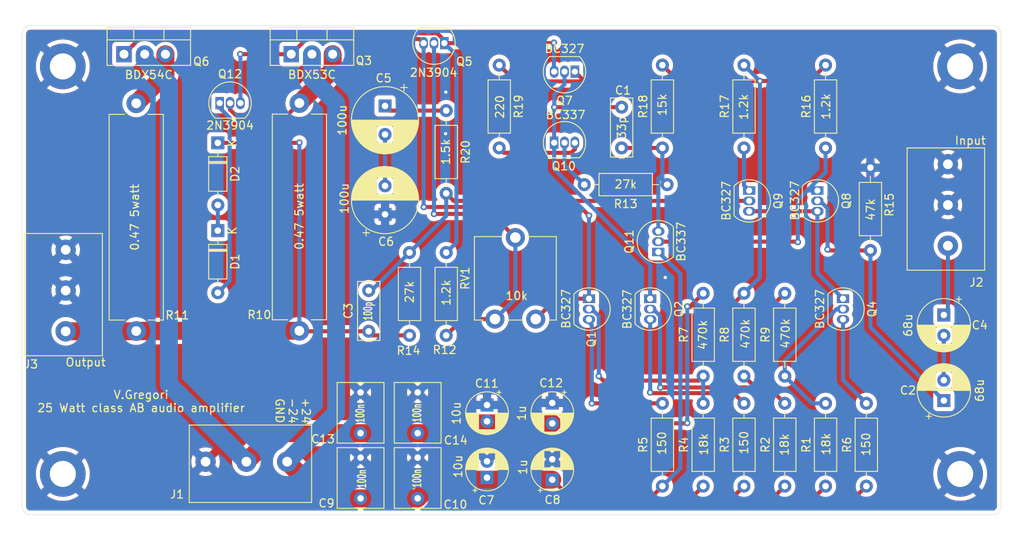
<source format=kicad_pcb>
(kicad_pcb (version 20211014) (generator pcbnew)
  (layers (0 "F.Cu" signal) (31 "B.Cu" signal) (34 "B.Paste" user) (35 "F.Paste" user) (36 "B.SilkS" user "B.Silkscreen") (37 "F.SilkS" user "F.Silkscreen") (38 "B.Mask" user) (39 "F.Mask" user) (44 "Edge.Cuts" user))
  (net 0 "")
  (net 1 "Net-(C1-Pad2)")
  (net 2 "Net-(C1-Pad1)")
  (net 3 "Net-(C2-Pad2)")
  (net 4 "Net-(C2-Pad1)")
  (net 5 "Net-(C3-Pad2)")
  (net 6 "Net-(C3-Pad1)")
  (net 7 "Net-(C4-Pad1)")
  (net 8 "Net-(C5-Pad2)")
  (net 9 "Net-(C5-Pad1)")
  (net 10 "0")
  (net 11 "VCC")
  (net 12 "VEE")
  (net 13 "Net-(Q1-Pad1)")
  (net 14 "Net-(Q1-Pad3)")
  (net 15 "Net-(Q1-Pad2)")
  (net 16 "Net-(Q2-Pad3)")
  (net 17 "Net-(Q2-Pad2)")
  (net 18 "Net-(D1-Pad1)")
  (net 19 "Net-(Q4-Pad1)")
  (net 20 "Net-(Q4-Pad3)")
  (net 21 "Net-(Q4-Pad2)")
  (net 22 "Net-(Q5-Pad1)")
  (net 23 "Net-(Q6-Pad3)")
  (net 24 "Net-(Q11-Pad2)")
  (net 25 "Net-(Q9-Pad1)")
  (net 26 "Net-(Q10-Pad3)")
  (net 27 "Net-(Q10-Pad2)")
  (net 28 "Net-(Q5-Pad2)")
  (net 29 "Net-(D1-Pad2)")
  (net 30 "Net-(Q12-Pad2)")
  (footprint "Amp 2 x 25 Watt:Connectors_threeway" (layer "F.Cu") (at 43.85 72.05 180)
    (fp_text reference "J1")
    (fp_text value "molex alimentazione")
  )
  (footprint "Amp 2 x 25 Watt:Connectors_threeway" (layer "F.Cu") (at 127.85 41.55 90)
    (fp_text reference "J2")
    (fp_text value "Ingresso dopo POT 47Kohm")
  )
  (footprint "Amp 2 x 25 Watt:Connectors_threeway" (layer "F.Cu") (at 19.7 52.05 90)
    (fp_text reference "J3")
    (fp_text value "uscita speaker")
  )
  (footprint "Capacitor_THT:CP_Radial_D6.3mm_P2.50mm" (layer "F.Cu") (at 127.85 64.05 90)
    (fp_text reference "C2")
    (fp_text value "68u")
  )
  (footprint "Resistor_THT:R_Axial_DIN0207_L6.3mm_D2.5mm_P10.16mm_Horizontal" (layer "F.Cu") (at 103.35 74.55 90)
    (fp_text reference "R3")
    (fp_text value "150")
  )
  (footprint "Resistor_THT:R_Axial_DIN0207_L6.3mm_D2.5mm_P10.16mm_Horizontal" (layer "F.Cu") (at 118.85 45.63 90)
    (fp_text reference "R15")
    (fp_text value "47K")
  )
  (footprint "Resistor_THT:R_Axial_Power_L25.0mm_W6.4mm_P27.94mm" (layer "F.Cu") (at 28.85 55.52 90)
    (fp_text reference "R11")
    (fp_text value "0.5")
  )
  (footprint "Resistor_THT:R_Axial_DIN0207_L6.3mm_D2.5mm_P10.16mm_Horizontal" (layer "F.Cu") (at 98.35 74.55 90)
    (fp_text reference "R4")
    (fp_text value "18k")
  )
  (footprint "Capacitor_THT:C_Rect_L7.2mm_W5.5mm_P5.00mm_FKS2_FKP2_MKS2_MKP2" (layer "F.Cu") (at 56.35 63.05 -90)
    (fp_text reference "C13")
    (fp_text value "100n")
  )
  (footprint "Resistor_THT:R_Axial_DIN0207_L6.3mm_D2.5mm_P10.16mm_Horizontal" (layer "F.Cu") (at 62.35 45.89 -90)
    (fp_text reference "R14")
    (fp_text value "27k")
  )
  (footprint "Package_TO_SOT_THT:TO-92_Inline" (layer "F.Cu") (at 91.85 51.55 -90)
    (fp_text reference "Q2")
    (fp_text value "BC327")
  )
  (footprint "Resistor_THT:R_Axial_DIN0207_L6.3mm_D2.5mm_P10.16mm_Horizontal" (layer "F.Cu") (at 113.35 33.05 90)
    (fp_text reference "R16")
    (fp_text value "1.2k")
  )
  (footprint "Diode_THT:D_DO-35_SOD27_P7.62mm_Horizontal" (layer "F.Cu") (at 38.85 32.43 -90)
    (fp_text reference "D2")
    (fp_text value "1N4148")
  )
  (footprint "Capacitor_THT:C_Disc_D7.0mm_W2.5mm_P5.00mm" (layer "F.Cu") (at 88.35 28.05 -90)
    (fp_text reference "C1")
    (fp_text value "33p")
  )
  (footprint "Package_TO_SOT_THT:TO-92_Inline" (layer "F.Cu") (at 80.08 32.41)
    (fp_text reference "Q10")
    (fp_text value "BC337")
  )
  (footprint "Package_TO_SOT_THT:TO-220-3_Vertical" (layer "F.Cu") (at 27.85 21.55)
    (fp_text reference "Q6")
    (fp_text value "BDX54C")
  )
  (footprint "Resistor_THT:R_Axial_DIN0207_L6.3mm_D2.5mm_P10.16mm_Horizontal" (layer "F.Cu") (at 93.93 37.55 180)
    (fp_text reference "R13")
    (fp_text value "27k")
  )
  (footprint "Resistor_THT:R_Axial_DIN0207_L6.3mm_D2.5mm_P10.16mm_Horizontal" (layer "F.Cu") (at 108.35 74.55 90)
    (fp_text reference "R2")
    (fp_text value "18k")
  )
  (footprint "Package_TO_SOT_THT:TO-92_Inline" (layer "F.Cu") (at 103.99 38.28 -90)
    (fp_text reference "Q9")
    (fp_text value "BC327")
  )
  (footprint "Resistor_THT:R_Axial_Power_L25.0mm_W6.4mm_P27.94mm" (layer "F.Cu") (at 48.85 27.55 -90)
    (fp_text reference "R10")
    (fp_text value "0.5")
  )
  (footprint "Package_TO_SOT_THT:TO-92_Inline" (layer "F.Cu") (at 82.62 23.69 180)
    (fp_text reference "Q7")
    (fp_text value "BC327")
  )
  (footprint "Resistor_THT:R_Axial_DIN0207_L6.3mm_D2.5mm_P10.16mm_Horizontal" (layer "F.Cu") (at 108.35 61.05 90)
    (fp_text reference "R9")
    (fp_text value "470k")
  )
  (footprint "Capacitor_THT:CP_Radial_D5.0mm_P2.00mm" (layer "F.Cu") (at 71.85 64.594888 -90)
    (fp_text reference "C11")
    (fp_text value "10u")
  )
  (footprint "Capacitor_THT:CP_Radial_D8.0mm_P3.50mm" (layer "F.Cu") (at 59.35 41.202651 90)
    (fp_text reference "C6")
    (fp_text value "100u")
  )
  (footprint "Capacitor_THT:C_Disc_D7.0mm_W2.5mm_P5.00mm" (layer "F.Cu") (at 57.35 55.55 90)
    (fp_text reference "C3")
    (fp_text value "100p")
  )
  (footprint "Package_TO_SOT_THT:TO-92_Inline" (layer "F.Cu") (at 92.85 45.82 90)
    (fp_text reference "Q11")
    (fp_text value "BC337")
  )
  (footprint "Resistor_THT:R_Axial_DIN0207_L6.3mm_D2.5mm_P10.16mm_Horizontal" (layer "F.Cu") (at 113.35 74.55 90)
    (fp_text reference "R1")
    (fp_text value "18k")
  )
  (footprint "Capacitor_THT:C_Rect_L7.2mm_W5.5mm_P5.00mm_FKS2_FKP2_MKS2_MKP2" (layer "F.Cu") (at 63.35 76.05 90)
    (fp_text reference "C10")
    (fp_text value "100n")
  )
  (footprint "Package_TO_SOT_THT:TO-92_Inline" (layer "F.Cu") (at 39.08 27.55)
    (fp_text reference "Q12")
    (fp_text value "2N3904")
  )
  (footprint "Resistor_THT:R_Axial_DIN0207_L6.3mm_D2.5mm_P10.16mm_Horizontal" (layer "F.Cu") (at 103.35 61.05 90)
    (fp_text reference "R8")
    (fp_text value "470k")
  )
  (footprint "Resistor_THT:R_Axial_DIN0207_L6.3mm_D2.5mm_P10.16mm_Horizontal" (layer "F.Cu") (at 66.85 56.05 90)
    (fp_text reference "R12")
    (fp_text value "1.2k")
  )
  (footprint "MountingHole:MountingHole_3.2mm_M3_DIN965_Pad_TopBottom" (layer "F.Cu") (at 19.85 73.05 180)
    (fp_text reference "H1" hide)
    (fp_text value "GND_HOLE")
  )
  (footprint "Resistor_THT:R_Axial_DIN0207_L6.3mm_D2.5mm_P10.16mm_Horizontal" (layer "F.Cu") (at 66.85 28.47 -90)
    (fp_text reference "R20")
    (fp_text value "1.5k")
  )
  (footprint "MountingHole:MountingHole_3.2mm_M3_DIN965_Pad_TopBottom" (layer "F.Cu") (at 129.85 23.05 180)
    (fp_text reference "H3" hide)
    (fp_text value "GND_HOLE")
  )
  (footprint "Resistor_THT:R_Axial_DIN0207_L6.3mm_D2.5mm_P10.16mm_Horizontal" (layer "F.Cu") (at 118.35 74.55 90)
    (fp_text reference "R6")
    (fp_text value "150")
  )
  (footprint "Package_TO_SOT_THT:TO-220-3_Vertical" (layer "F.Cu") (at 47.85 21.55)
    (fp_text reference "Q3")
    (fp_text value "BDX53C")
  )
  (footprint "MountingHole:MountingHole_3.2mm_M3_DIN965_Pad_TopBottom" (layer "F.Cu") (at 19.85 23.05 180)
    (fp_text reference "H2" hide)
    (fp_text value "GND_HOLE")
  )
  (footprint "Capacitor_THT:CP_Radial_D5.0mm_P2.50mm" (layer "F.Cu") (at 79.85 73.755113 90)
    (fp_text reference "C8")
    (fp_text value "1u")
  )
  (footprint "Capacitor_THT:CP_Radial_D8.0mm_P3.50mm" (layer "F.Cu") (at 59.35 27.897349 -90)
    (fp_text reference "C5")
    (fp_text value "100u")
  )
  (footprint "Capacitor_THT:CP_Radial_D5.0mm_P2.00mm" (layer "F.Cu") (at 71.85 73.505113 90)
    (fp_text reference "C7")
    (fp_text value "10u")
  )
  (footprint "Resistor_THT:R_Axial_DIN0207_L6.3mm_D2.5mm_P10.16mm_Horizontal" (layer "F.Cu") (at 93.35 33.05 90)
    (fp_text reference "R18")
    (fp_text value "15k")
  )
  (footprint "Diode_THT:D_DO-35_SOD27_P7.62mm_Horizontal" (layer "F.Cu") (at 38.85 43.2 -90)
    (fp_text reference "D1")
    (fp_text value "1N4148")
  )
  (footprint "Package_TO_SOT_THT:TO-92_Inline" (layer "F.Cu") (at 115.49 51.55 -90)
    (fp_text reference "Q4")
    (fp_text value "BC327")
  )
  (footprint "Resistor_THT:R_Axial_DIN0207_L6.3mm_D2.5mm_P10.16mm_Horizontal" (layer "F.Cu") (at 73.35 22.89 -90)
    (fp_text reference "R19")
    (fp_text value "220")
  )
  (footprint "Capacitor_THT:C_Rect_L7.2mm_W5.5mm_P5.00mm_FKS2_FKP2_MKS2_MKP2" (layer "F.Cu") (at 56.35 76.05 90)
    (fp_text reference "C9")
    (fp_text value "100n")
  )
  (footprint "Resistor_THT:R_Axial_DIN0207_L6.3mm_D2.5mm_P10.16mm_Horizontal" (layer "F.Cu") (at 93.35 74.55 90)
    (fp_text reference "R5")
    (fp_text value "150")
  )
  (footprint "Capacitor_THT:CP_Radial_D5.0mm_P2.50mm" (layer "F.Cu") (at 79.85 64.344889 -90)
    (fp_text reference "C12")
    (fp_text value "1u")
  )
  (footprint "Capacitor_THT:CP_Radial_D6.3mm_P2.50mm" (layer "F.Cu") (at 127.85 53.55 -90)
    (fp_text reference "C4")
    (fp_text value "68u")
  )
  (footprint "MountingHole:MountingHole_3.2mm_M3_DIN965_Pad_TopBottom" (layer "F.Cu") (at 129.85 73.05 180)
    (fp_text reference "H4" hide)
    (fp_text value "GND_HOLE")
  )
  (footprint "Package_TO_SOT_THT:TO-92_Inline" (layer "F.Cu") (at 84.35 51.55 -90)
    (fp_text reference "Q1")
    (fp_text value "BC327")
  )
  (footprint "Capacitor_THT:C_Rect_L7.2mm_W5.5mm_P5.00mm_FKS2_FKP2_MKS2_MKP2" (layer "F.Cu") (at 63.35 63.05 -90)
    (fp_text reference "C14")
    (fp_text value "100n")
  )
  (footprint "Package_TO_SOT_THT:TO-92_Inline" (layer "F.Cu") (at 112.35 38.28 -90)
    (fp_text reference "Q8")
    (fp_text value "BC327")
  )
  (footprint "Package_TO_SOT_THT:TO-92_Inline" (layer "F.Cu") (at 66.62 20.19 180)
    (fp_text reference "Q5")
    (fp_text value "2N3904")
  )
  (footprint "Resistor_THT:R_Axial_DIN0207_L6.3mm_D2.5mm_P10.16mm_Horizontal" (layer "F.Cu") (at 98.35 61.05 90)
    (fp_text reference "R7")
    (fp_text value "470k")
  )
  (footprint "Resistor_THT:R_Axial_DIN0207_L6.3mm_D2.5mm_P10.16mm_Horizontal" (layer "F.Cu") (at 103.35 33.05 90)
    (fp_text reference "R17")
    (fp_text value "1.2k")
  )
  (footprint "Potentiometer_THT:Potentiometer_ACP_CA9-V10_Vertical" (layer "F.Cu") (at 77.825 54.05 90)
    (fp_text reference "RV1")
    (fp_text value "10K")
  )
  (gr_arc (start 133.85 18.05) (mid 134.557107 18.342893) (end 134.85 19.05) (layer "Edge.Cuts") (width 0.05))
  (gr_arc (start 15.85 78.05) (mid 15.142893 77.757107) (end 14.85 77.05) (layer "Edge.Cuts") (width 0.05))
  (gr_line (start 134.85 19.05) (end 134.85 77.05) (layer "Edge.Cuts") (width 0.05))
  (gr_line (start 14.85 19.05) (end 14.85 77.05) (layer "Edge.Cuts") (width 0.05))
  (gr_arc (start 14.85 19.05) (mid 15.142893 18.342893) (end 15.85 18.05) (layer "Edge.Cuts") (width 0.05))
  (gr_line (start 15.85 78.05) (end 133.85 78.05) (layer "Edge.Cuts") (width 0.05))
  (gr_line (start 133.85 18.05) (end 15.85 18.05) (layer "Edge.Cuts") (width 0.05))
  (gr_arc (start 134.85 77.05) (mid 134.557107 77.757107) (end 133.85 78.05) (layer "Edge.Cuts") (width 0.05))
  (gr_text "68u" (at 123.47 54.81 90) (layer "F.SilkS") (effects (font (size 1 1))))
  (gr_text "68u" (at 132.25 62.81 90) (layer "F.SilkS") (effects (font (size 1 1))))
  (gr_text "27k" (at 88.85 37.51) (layer "F.SilkS") (effects (font (size 1 1))))
  (gr_text "1.2k" (at 113.41 27.96 90) (layer "F.SilkS") (effects (font (size 1 1))))
  (gr_text "BC327" (at 81.54 52.79 90) (layer "F.SilkS") (effects (font (size 1 1))))
  (gr_text "10k" (at 75.49 51.2) (layer "F.SilkS") (effects (font (size 1 1))))
  (gr_text "150" (at 118.31 69.42 90) (layer "F.SilkS") (effects (font (size 1 1))))
  (gr_text "150" (at 103.35 69.22 90) (layer "F.SilkS") (effects (font (size 1 1))))
  (gr_text "BC337" (at 81.48 28.99) (layer "F.SilkS") (effects (font (size 1 1))))
  (gr_text "1.2k" (at 66.86 50.81 90) (layer "F.SilkS") (effects (font (size 1 1))))
  (gr_text "+24\n-24\nGND" (at 48.05 65.3 270) (layer "F.SilkS") (effects (font (size 1 1))))
  (gr_text "27k" (at 62.36 50.72 90) (layer "F.SilkS") (effects (font (size 1 1))))
  (gr_text "10u" (at 68.31 72.14 90) (layer "F.SilkS") (effects (font (size 1 1))))
  (gr_text "33p" (at 88.37 30.55 90) (layer "F.SilkS") (effects (font (size 1 1))))
  (gr_text "1.5k" (at 66.8 33.53 90) (layer "F.SilkS") (effects (font (size 1 1))))
  (gr_text "BC327" (at 109.59 39.51 90) (layer "F.SilkS") (effects (font (size 1 1))))
  (gr_text "BDX54C" (at 30.39 24.08) (layer "F.SilkS") (effects (font (size 1 1))))
  (gr_text "150" (at 93.29 69.28 90) (layer "F.SilkS") (effects (font (size 1 1))))
  (gr_text "BC327" (at 81.35 20.88) (layer "F.SilkS") (effects (font (size 1 1))))
  (gr_text "Input" (at 131.1 32.15) (layer "F.SilkS") (effects (font (size 1 1))))
  (gr_text "100n" (at 56.31 65.61 90) (layer "F.SilkS") (effects (font (size 1 0.6))))
  (gr_text "100u" (at 54.37 39.26 90) (layer "F.SilkS") (effects (font (size 1 1))))
  (gr_text "BDX53C" (at 50.39 24.06) (layer "F.SilkS") (effects (font (size 1 1))))
  (gr_text "100n" (at 63.27 73.59 90) (layer "F.SilkS") (effects (font (size 1 0.6))))
  (gr_text "18k" (at 108.32 69.45 90) (layer "F.SilkS") (effects (font (size 1 1))))
  (gr_text "470k" (at 103.53 55.86 90) (layer "F.SilkS") (effects (font (size 1 1))))
  (gr_text "220" (at 73.43 28.01 90) (layer "F.SilkS") (effects (font (size 1 1))))
  (gr_text "0.47 5watt" (at 28.67 41.57 90) (layer "F.SilkS") (effects (font (size 1 1))))
  (gr_text "2N3904" (at 40.35 30.29) (layer "F.SilkS") (effects (font (size 1 1))))
  (gr_text "47k" (at 118.89 40.62 90) (layer "F.SilkS") (effects (font (size 1 1))))
  (gr_text "BC327" (at 101.18 39.54 90) (layer "F.SilkS") (effects (font (size 1 1))))
  (gr_text "2N3904" (at 65.3 23.81) (layer "F.SilkS") (effects (font (size 1 1))))
  (gr_text "V.Gregori\n25 Watt class AB audio amplifier" (at 29.45 64.15) (layer "F.SilkS") (effects (font (size 1 1))))
  (gr_text "0.47 5watt" (at 48.84 41.47 90) (layer "F.SilkS") (effects (font (size 1 1))))
  (gr_text "470k" (at 108.44 55.82 90) (layer "F.SilkS") (effects (font (size 1 1))))
  (gr_text "100p" (at 57.27 53.07 90) (layer "F.SilkS") (effects (font (size 1 0.6))))
  (gr_text "Output" (at 22.65 59.35) (layer "F.SilkS") (effects (font (size 1 1))))
  (gr_text "18k" (at 113.42 69.38 90) (layer "F.SilkS") (effects (font (size 1 1))))
  (gr_text "BC327" (at 89.04 52.85 90) (layer "F.SilkS") (effects (font (size 1 1))))
  (gr_text "BC327" (at 112.66 52.82 90) (layer "F.SilkS") (effects (font (size 1 1))))
  (gr_text "1u" (at 76.1 65.6 90) (layer "F.SilkS") (effects (font (size 1 1))))
  (gr_text "1.2k" (at 103.33 28.02 90) (layer "F.SilkS") (effects (font (size 1 1))))
  (gr_text "BC337" (at 95.65 44.55 90) (layer "F.SilkS") (effects (font (size 1 1))))
  (gr_text "10u" (at 68.1 65.6 90) (layer "F.SilkS") (effects (font (size 1 1))))
  (gr_text "100n" (at 63.27 65.56 90) (layer "F.SilkS") (effects (font (size 1 0.6))))
  (gr_text "18k" (at 98.42 69.42 90) (layer "F.SilkS") (effects (font (size 1 1))))
  (gr_text "100u" (at 54.11 29.65 90) (layer "F.SilkS") (effects (font (size 1 1))))
  (gr_text "100n" (at 56.51 73.64 90) (layer "F.SilkS") (effects (font (size 1 0.6))))
  (gr_text "15k" (at 93.34 27.75 90) (layer "F.SilkS") (effects (font (size 1 1))))
  (gr_text "1u" (at 76.25 72.21 90) (layer "F.SilkS") (effects (font (size 1 1))))
  (gr_text "470k" (at 98.31 55.99 90) (layer "F.SilkS") (effects (font (size 1 1))))
  (segment (start 93.35 33.05) (end 88.35 33.05) (width 0.5) (layer "F.Cu") (net 1))
  (segment (start 93.35 36.97) (end 93.93 37.55) (width 0.5) (layer "B.Cu") (net 1))
  (segment (start 92.85 36.8) (end 92.85 43.28) (width 0.5) (layer "B.Cu") (net 1))
  (segment (start 93.35 36.3) (end 93.35 36.97) (width 0.5) (layer "B.Cu") (net 1))
  (segment (start 93.35 33.05) (end 93.35 36.3) (width 0.5) (layer "B.Cu") (net 1))
  (segment (start 93.35 36.3) (end 92.85 36.8) (width 0.5) (layer "B.Cu") (net 1))
  (segment (start 80.1 28.05) (end 88.35 28.05) (width 0.5) (layer "F.Cu") (net 2))
  (via (at 80.1 28.05) (size 0.8) (drill 0.4) (layers "F.Cu" "B.Cu") (net 2))
  (segment (start 80.08 35.627076) (end 91.85 47.397076) (width 0.5) (layer "B.Cu") (net 2))
  (segment (start 80.08 28.07) (end 80.1 28.05) (width 0.5) (layer "B.Cu") (net 2))
  (segment (start 80.08 32.41) (end 80.08 35.627076) (width 0.5) (layer "B.Cu") (net 2))
  (segment (start 80.08 32.41) (end 80.08 28.07) (width 0.5) (layer "B.Cu") (net 2))
  (segment (start 91.85 47.397076) (end 91.85 51.55) (width 0.5) (layer "B.Cu") (net 2))
  (segment (start 81.35 25.25) (end 81.35 23.69) (width 0.5) (layer "B.Cu") (net 2))
  (segment (start 80.1 26.5) (end 81.35 25.25) (width 0.5) (layer "B.Cu") (net 2))
  (segment (start 80.1 28.05) (end 80.1 26.5) (width 0.5) (layer "B.Cu") (net 2))
  (segment (start 127.85 56.05) (end 127.85 61.55) (width 0.5) (layer "B.Cu") (net 3))
  (segment (start 113.6 45.5) (end 113.73 45.63) (width 0.5) (layer "F.Cu") (net 4))
  (segment (start 113.73 45.63) (end 118.85 45.63) (width 0.5) (layer "F.Cu") (net 4))
  (via (at 113.6 45.5) (size 0.8) (drill 0.4) (layers "F.Cu" "B.Cu") (net 4))
  (segment (start 112.35 39.55) (end 112.683179 39.55) (width 0.5) (layer "B.Cu") (net 4))
  (segment (start 118.85 45.63) (end 118.85 55.05) (width 0.5) (layer "B.Cu") (net 4))
  (segment (start 118.85 55.05) (end 127.85 64.05) (width 0.5) (layer "B.Cu") (net 4))
  (segment (start 113.6 40.466821) (end 113.6 45.5) (width 0.5) (layer "B.Cu") (net 4))
  (segment (start 112.683179 39.55) (end 113.6 40.466821) (width 0.5) (layer "B.Cu") (net 4))
  (segment (start 103.99 39.55) (end 67.77 39.55) (width 0.5) (layer "F.Cu") (net 5))
  (segment (start 67.77 39.55) (end 66.85 38.63) (width 0.5) (layer "F.Cu") (net 5))
  (segment (start 66.85 38.63) (end 66.85 41.39) (width 0.5) (layer "B.Cu") (net 5))
  (segment (start 62.35 45.89) (end 57.69 50.55) (width 0.5) (layer "B.Cu") (net 5))
  (segment (start 66.85 41.39) (end 62.35 45.89) (width 0.5) (layer "B.Cu") (net 5))
  (segment (start 57.69 50.55) (end 57.35 50.55) (width 0.5) (layer "B.Cu") (net 5))
  (segment (start 20.2 55.55) (end 31.9 55.55) (width 2.2) (layer "F.Cu") (net 6))
  (segment (start 48.82 32.43) (end 38.85 32.43) (width 0.5) (layer "F.Cu") (net 6))
  (segment (start 48.85 55.49) (end 31.96 55.49) (width 2.2) (layer "F.Cu") (net 6))
  (segment (start 57.35 55.55) (end 48.91 55.55) (width 0.5) (layer "F.Cu") (net 6))
  (segment (start 31.9 55.55) (end 31.96 55.49) (width 2.2) (layer "F.Cu") (net 6))
  (segment (start 57.85 56.05) (end 57.35 55.55) (width 0.5) (layer "F.Cu") (net 6))
  (segment (start 48.91 55.55) (end 48.85 55.49) (width 0.5) (layer "F.Cu") (net 6))
  (segment (start 48.85 32.4) (end 48.82 32.43) (width 0.5) (layer "F.Cu") (net 6))
  (segment (start 31.96 55.49) (end 28.88 55.49) (width 2.2) (layer "F.Cu") (net 6))
  (segment (start 62.35 56.05) (end 57.85 56.05) (width 0.5) (layer "F.Cu") (net 6))
  (segment (start 28.88 55.49) (end 28.85 55.52) (width 2.2) (layer "F.Cu") (net 6))
  (via (at 48.85 32.4) (size 0.8) (drill 0.4) (layers "F.Cu" "B.Cu") (net 6))
  (segment (start 48.85 55.49) (end 48.85 32.4) (width 0.5) (layer "B.Cu") (net 6))
  (segment (start 128.35 45.05) (end 128.35 53.05) (width 0.5) (layer "B.Cu") (net 7))
  (segment (start 128.35 53.05) (end 127.85 53.55) (width 0.5) (layer "B.Cu") (net 7))
  (segment (start 59.35 31.397349) (end 59.35 37.702651) (width 0.5) (layer "B.Cu") (net 8))
  (segment (start 66.85 28.47) (end 59.922651 28.47) (width 0.5) (layer "F.Cu") (net 9))
  (segment (start 59.922651 28.47) (end 59.35 27.897349) (width 0.5) (layer "F.Cu") (net 9))
  (via (at 66.8 26.2) (size 0.8) (drill 0.4) (layers "F.Cu" "B.Cu") (net 10))
  (via (at 93.7 48.95) (size 0.8) (drill 0.4) (layers "F.Cu" "B.Cu") (net 10))
  (via (at 66.77 31.3) (size 0.8) (drill 0.4) (layers "F.Cu" "B.Cu") (net 10))
  (segment (start 98.35 74.55) (end 96.55 76.35) (width 0.5) (layer "F.Cu") (net 11))
  (segment (start 93.35 74.55) (end 91.55 76.35) (width 0.5) (layer "F.Cu") (net 11))
  (segment (start 82.444887 76.35) (end 79.85 73.755113) (width 0.5) (layer "F.Cu") (net 11))
  (segment (start 113.35 74.55) (end 111.55 76.35) (width 0.5) (layer "F.Cu") (net 11))
  (segment (start 100.55 76.35) (end 96.15 76.35) (width 0.5) (layer "F.Cu") (net 11))
  (segment (start 103.35 74.55) (end 101.55 76.35) (width 0.5) (layer "F.Cu") (net 11))
  (segment (start 63.35 76.05) (end 51.85 76.05) (width 2.2) (layer "F.Cu") (net 11))
  (segment (start 79.85 73.755113) (end 65.644887 73.755113) (width 2.2) (layer "F.Cu") (net 11))
  (segment (start 91 76.35) (end 82.444887 76.35) (width 0.5) (layer "F.Cu") (net 11))
  (segment (start 106.55 76.35) (end 105.85 76.35) (width 0.5) (layer "F.Cu") (net 11))
  (segment (start 118.35 74.55) (end 116.55 76.35) (width 0.5) (layer "F.Cu") (net 11))
  (segment (start 65.644887 73.755113) (end 63.35 76.05) (width 2.2) (layer "F.Cu") (net 11))
  (segment (start 105.85 76.35) (end 100.55 76.35) (width 0.5) (layer "F.Cu") (net 11))
  (segment (start 96.55 76.35) (end 96.15 76.35) (width 0.5) (layer "F.Cu") (net 11))
  (segment (start 96.15 76.35) (end 91 76.35) (width 0.5) (layer "F.Cu") (net 11))
  (segment (start 51.85 76.05) (end 47.35 71.55) (width 2.2) (layer "F.Cu") (net 11))
  (segment (start 91.55 76.35) (end 91 76.35) (width 0.5) (layer "F.Cu") (net 11))
  (segment (start 108.35 74.55) (end 106.55 76.35) (width 0.5) (layer "F.Cu") (net 11))
  (segment (start 110.95 76.35) (end 105.85 76.35) (width 0.5) (layer "F.Cu") (net 11))
  (segment (start 116.55 76.35) (end 110.95 76.35) (width 0.5) (layer "F.Cu") (net 11))
  (segment (start 101.55 76.35) (end 100.55 76.35) (width 0.5) (layer "F.Cu") (net 11))
  (segment (start 111.55 76.35) (end 110.95 76.35) (width 0.5) (layer "F.Cu") (net 11))
  (segment (start 94.619511 47.569511) (end 95.550489 48.500489) (width 0.5) (layer "B.Cu") (net 11))
  (segment (start 95.550489 72.349511) (end 93.35 74.55) (width 0.5) (layer "B.Cu") (net 11))
  (segment (start 94.599511 47.569511) (end 94.619511 47.569511) (width 0.5) (layer "B.Cu") (net 11))
  (segment (start 53.35 65.55) (end 47.35 71.55) (width 2.2) (layer "B.Cu") (net 11))
  (segment (start 53.35 29.6) (end 53.35 27.5) (width 2.2) (layer "B.Cu") (net 11))
  (segment (start 50.39 24.54) (end 50.39 21.55) (width 2.2) (layer "B.Cu") (net 11))
  (segment (start 92.85 45.82) (end 94.599511 47.569511) (width 0.5) (layer "B.Cu") (net 11))
  (segment (start 53.35 29.6) (end 53.35 65.55) (width 2.2) (layer "B.Cu") (net 11))
  (segment (start 53.35 27.5) (end 50.39 24.54) (width 2.2) (layer "B.Cu") (net 11))
  (segment (start 95.550489 48.500489) (end 95.550489 72.349511) (width 0.5) (layer "B.Cu") (net 11))
  (segment (start 113.35 22.89) (end 111.4 24.84) (width 0.5) (layer "F.Cu") (net 12))
  (segment (start 45.85 68.05) (end 42.35 71.55) (width 2.2) (layer "F.Cu") (net 12))
  (segment (start 106.64 52.6) (end 100.65 52.6) (width 0.5) (layer "F.Cu") (net 12))
  (segment (start 98.11 24.84) (end 84.34 24.84) (width 0.5) (layer "F.Cu") (net 12))
  (segment (start 66.35 68.05) (end 45.85 68.05) (width 2.2) (layer "F.Cu") (net 12))
  (segment (start 96.4 66.8) (end 96.355111 66.844889) (width 0.5) (layer "F.Cu") (net 12))
  (segment (start 82.62 23.465) (end 82.62 23.69) (width 0.25) (layer "F.Cu") (net 12))
  (segment (start 84.34 24.84) (end 83.77 24.84) (width 0.5) (layer "F.Cu") (net 12))
  (segment (start 98.35 50.89) (end 96.74 52.5) (width 0.5) (layer "F.Cu") (net 12))
  (segment (start 100.65 52.6) (end 96.5 52.6) (width 0.5) (layer "F.Cu") (net 12))
  (segment (start 84.29048 24.88952) (end 75.34952 24.88952) (width 0.5) (layer "F.Cu") (net 12))
  (segment (start 103.79 24.84) (end 105.3 24.84) (width 0.5) (layer "F.Cu") (net 12))
  (segment (start 93.35 22.89) (end 95.3 24.84) (width 0.5) (layer "F.Cu") (net 12))
  (segment (start 101.64 52.6) (end 100.65 52.6) (width 0.5) (layer "F.Cu") (net 12))
  (segment (start 67.555111 66.844889) (end 66.35 68.05) (width 2.2) (layer "F.Cu") (net 12))
  (segment (start 96.74 52.5) (end 96.4 52.5) (width 0.5) (layer "F.Cu") (net 12))
  (segment (start 79.85 66.844889) (end 67.555111 66.844889) (width 2.2) (layer "F.Cu") (net 12))
  (segment (start 98.11 24.84) (end 103.79 24.84) (width 0.5) (layer "F.Cu") (net 12))
  (segment (start 111.4 24.84) (end 103.79 24.84) (width 0.5) (layer "F.Cu") (net 12))
  (segment (start 84.34 24.84) (end 84.29048 24.88952) (width 0.5) (layer "F.Cu") (net 12))
  (segment (start 96.355111 66.844889) (end 79.85 66.844889) (width 0.5) (layer "F.Cu") (net 12))
  (segment (start 96.5 52.6) (end 96.4 52.5) (width 0.5) (layer "F.Cu") (net 12))
  (segment (start 108.35 50.89) (end 106.64 52.6) (width 0.5) (layer "F.Cu") (net 12))
  (segment (start 105.3 24.84) (end 105.34 24.8) (width 0.5) (layer "F.Cu") (net 12))
  (segment (start 103.35 50.89) (end 101.64 52.6) (width 0.5) (layer "F.Cu") (net 12))
  (segment (start 95.3 24.84) (end 98.11 24.84) (width 0.5) (layer "F.Cu") (net 12))
  (segment (start 83.77 24.84) (end 82.62 23.69) (width 0.5) (layer "F.Cu") (net 12))
  (segment (start 75.34952 24.88952) (end 73.35 22.89) (width 0.5) (layer "F.Cu") (net 12))
  (via (at 96.4 66.8) (size 0.8) (drill 0.4) (layers "F.Cu" "B.Cu") (net 12))
  (via (at 105.3 24.84) (size 0.8) (drill 0.4) (layers "F.Cu" "B.Cu") (net 12))
  (via (at 96.4 52.5) (size 0.8) (drill 0.4) (layers "F.Cu" "B.Cu") (net 12))
  (segment (start 105.3 24.84) (end 103.35 22.89) (width 0.5) (layer "B.Cu") (net 12))
  (segment (start 96.4 52.5) (end 96.4 66.8) (width 0.5) (layer "B.Cu") (net 12))
  (segment (start 42.35 71.55) (end 32.85 62.05) (width 2.2) (layer "B.Cu") (net 12))
  (segment (start 32.85 25.202337) (end 29.89 22.242337) (width 2.2) (layer "B.Cu") (net 12))
  (segment (start 29.89 22.242337) (end 29.89 21.55) (width 2.2) (layer "B.Cu") (net 12))
  (segment (start 105.3 48.94) (end 105.3 24.84) (width 0.5) (layer "B.Cu") (net 12))
  (segment (start 32.85 62.05) (end 32.85 25.202337) (width 2.2) (layer "B.Cu") (net 12))
  (segment (start 103.35 50.89) (end 105.3 48.94) (width 0.5) (layer "B.Cu") (net 12))
  (segment (start 64.1 40.3) (end 83.3 40.3) (width 0.5) (layer "F.Cu") (net 13))
  (segment (start 63.99048 20.09048) (end 63.59 19.69) (width 0.5) (layer "F.Cu") (net 13))
  (segment (start 64.08 20.19) (end 63.99048 20.10048) (width 0.5) (layer "F.Cu") (net 13))
  (segment (start 83.3 40.3) (end 84.35 41.35) (width 0.5) (layer "F.Cu") (net 13))
  (segment (start 80.325 51.55) (end 77.825 54.05) (width 0.5) (layer "F.Cu") (net 13))
  (segment (start 84.35 51.55) (end 80.325 51.55) (width 0.5) (layer "F.Cu") (net 13))
  (segment (start 63.59 19.69) (end 49.71 19.69) (width 0.5) (layer "F.Cu") (net 13))
  (segment (start 49.71 19.69) (end 47.85 21.55) (width 0.5) (layer "F.Cu") (net 13))
  (segment (start 63.99048 20.10048) (end 63.99048 20.09048) (width 0.5) (layer "F.Cu") (net 13))
  (segment (start 47.85 21.55) (end 41.6 21.55) (width 0.5) (layer "F.Cu") (net 13))
  (via (at 41.6 21.55) (size 0.8) (drill 0.4) (layers "F.Cu" "B.Cu") (net 13))
  (via (at 64.1 40.3) (size 0.8) (drill 0.4) (layers "F.Cu" "B.Cu") (net 13))
  (via (at 84.35 41.35) (size 0.8) (drill 0.4) (layers "F.Cu" "B.Cu") (net 13))
  (segment (start 84.35 41.35) (end 84.35 51.55) (width 0.5) (layer "B.Cu") (net 13))
  (segment (start 64.08 20.19) (end 64.08 40.28) (width 0.5) (layer "B.Cu") (net 13))
  (segment (start 41.6 21.55) (end 41.62 21.57) (width 0.5) (layer "B.Cu") (net 13))
  (segment (start 64.08 40.28) (end 64.1 40.3) (width 0.5) (layer "B.Cu") (net 13))
  (segment (start 41.62 21.57) (end 41.62 27.55) (width 0.5) (layer "B.Cu") (net 13))
  (segment (start 84.7 64.4) (end 84.71 64.39) (width 0.5) (layer "F.Cu") (net 14))
  (segment (start 84.71 64.39) (end 93.35 64.39) (width 0.5) (layer "F.Cu") (net 14))
  (via (at 84.7 64.4) (size 0.8) (drill 0.4) (layers "F.Cu" "B.Cu") (net 14))
  (segment (start 84.35 54.09) (end 84.35 54.1) (width 0.5) (layer "B.Cu") (net 14))
  (segment (start 84.7 54.8) (end 84.7 64.4) (width 0.5) (layer "B.Cu") (net 14))
  (segment (start 84.35 54.1) (end 84.35 54.3) (width 0.5) (layer "B.Cu") (net 14))
  (segment (start 84.35 54.09) (end 84.49 54.09) (width 0.5) (layer "B.Cu") (net 14))
  (segment (start 84.35 54.45) (end 84.7 54.8) (width 0.5) (layer "B.Cu") (net 14))
  (segment (start 84.35 54.3) (end 84.35 54.45) (width 0.5) (layer "B.Cu") (net 14))
  (segment (start 98.35 61.05) (end 97.8 61.6) (width 0.5) (layer "F.Cu") (net 15))
  (segment (start 97.8 61.6) (end 86.1 61.6) (width 0.5) (layer "F.Cu") (net 15))
  (segment (start 86.1 61.6) (end 85.55 61.05) (width 0.5) (layer "F.Cu") (net 15))
  (via (at 85.55 61.05) (size 0.8) (drill 0.4) (layers "F.Cu" "B.Cu") (net 15))
  (segment (start 98.35 64.39) (end 98.35 61.05) (width 0.5) (layer "B.Cu") (net 15))
  (segment (start 84.683179 52.82) (end 85.55 53.686821) (width 0.5) (layer "B.Cu") (net 15))
  (segment (start 85.55 53.686821) (end 85.55 61.05) (width 0.5) (layer "B.Cu") (net 15))
  (segment (start 84.35 52.82) (end 84.683179 52.82) (width 0.5) (layer "B.Cu") (net 15))
  (segment (start 102.100489 63.140489) (end 91.940489 63.140489) (width 0.5) (layer "F.Cu") (net 16))
  (segment (start 103.35 64.39) (end 102.100489 63.140489) (width 0.5) (layer "F.Cu") (net 16))
  (segment (start 91.940489 63.140489) (end 91.85 63.05) (width 0.5) (layer "F.Cu") (net 16))
  (via (at 91.85 63.05) (size 0.8) (drill 0.4) (layers "F.Cu" "B.Cu") (net 16))
  (segment (start 91.85 63.05) (end 91.85 54.09) (width 0.5) (layer "B.Cu") (net 16))
  (segment (start 94.290969 62.440969) (end 92.94998 62.440969) (width 0.5) (layer "F.Cu") (net 17))
  (segment (start 105.440969 62.440969) (end 93.1 62.440969) (width 0.5) (layer "F.Cu") (net 17))
  (segment (start 103.35 61.05) (end 104.740969 62.440969) (width 0.5) (layer "F.Cu") (net 17))
  (segment (start 106.400969 62.440969) (end 105.440969 62.440969) (width 0.5) (layer "F.Cu") (net 17))
  (segment (start 104.740969 62.440969) (end 105.440969 62.440969) (width 0.5) (layer "F.Cu") (net 17))
  (segment (start 108.35 64.39) (end 106.400969 62.440969) (width 0.5) (layer "F.Cu") (net 17))
  (via (at 93.1 62.45) (size 0.8) (drill 0.4) (layers "F.Cu" "B.Cu") (net 17))
  (segment (start 93.04952 62.39952) (end 93.1 62.45) (width 0.5) (layer "B.Cu") (net 17))
  (segment (start 91.85 52.82) (end 92.22 52.82) (width 0.5) (layer "B.Cu") (net 17))
  (segment (start 93.04952 53.64952) (end 93.04952 62.39952) (width 0.5) (layer "B.Cu") (net 17))
  (segment (start 92.22 52.82) (end 93.04952 53.64952) (width 0.5) (layer "B.Cu") (net 17))
  (segment (start 38.85 43.2) (end 38.85 40.05) (width 0.5) (layer "B.Cu") (net 18))
  (segment (start 112.35 40.82) (end 103.99 40.82) (width 0.5) (layer "F.Cu") (net 19))
  (segment (start 112.35 48.41) (end 115.49 51.55) (width 0.5) (layer "B.Cu") (net 19))
  (segment (start 112.35 40.82) (end 112.35 48.41) (width 0.5) (layer "B.Cu") (net 19))
  (segment (start 115.49 61.53) (end 118.35 64.39) (width 0.5) (layer "B.Cu") (net 20))
  (segment (start 115.49 54.09) (end 115.49 61.53) (width 0.5) (layer "B.Cu") (net 20))
  (segment (start 114.69 52.82) (end 115.49 52.82) (width 0.5) (layer "B.Cu") (net 21))
  (segment (start 113.35 64.39) (end 111.69 64.39) (width 0.5) (layer "B.Cu") (net 21))
  (segment (start 111.69 64.39) (end 108.35 61.05) (width 0.5) (layer "B.Cu") (net 21))
  (segment (start 108.35 59.16) (end 114.69 52.82) (width 0.5) (layer "B.Cu") (net 21))
  (segment (start 108.35 61.05) (end 108.35 59.16) (width 0.5) (layer "B.Cu") (net 21))
  (segment (start 66.62 19.856821) (end 66.62 20.19) (width 0.5) (layer "F.Cu") (net 22))
  (segment (start 29.90952 18.99048) (end 65.753659 18.99048) (width 0.5) (layer "F.Cu") (net 22))
  (segment (start 65.753659 18.99048) (end 66.62 19.856821) (width 0.5) (layer "F.Cu") (net 22))
  (segment (start 79.76 20.19) (end 66.62 20.19) (width 0.5) (layer "F.Cu") (net 22))
  (segment (start 27.35 21.55) (end 29.90952 18.99048) (width 0.5) (layer "F.Cu") (net 22))
  (via (at 80.05 20.15) (size 0.8) (drill 0.4) (layers "F.Cu" "B.Cu") (net 22))
  (segment (start 80.05 23.66) (end 80.08 23.69) (width 0.5) (layer "B.Cu") (net 22))
  (segment (start 80.05 20.15) (end 80.05 23.66) (width 0.5) (layer "B.Cu") (net 22))
  (segment (start 68.099511 21.669511) (end 66.62 20.19) (width 0.5) (layer "B.Cu") (net 22))
  (segment (start 66.85 45.89) (end 68.099511 44.640489) (width 0.5) (layer "B.Cu") (net 22))
  (segment (start 68.099511 44.640489) (end 68.099511 21.669511) (width 0.5) (layer "B.Cu") (net 22))
  (segment (start 32.43 21.55) (end 32.43 24) (width 2.2) (layer "F.Cu") (net 23))
  (segment (start 32.43 24) (end 28.85 27.58) (width 2.2) (layer "F.Cu") (net 23))
  (segment (start 109.9 44.55) (end 109.95 44.6) (width 0.5) (layer "F.Cu") (net 24))
  (segment (start 92.85 44.55) (end 109.9 44.55) (width 0.5) (layer "F.Cu") (net 24))
  (via (at 109.95 44.6) (size 0.8) (drill 0.4) (layers "F.Cu" "B.Cu") (net 24))
  (segment (start 113.35 36.03) (end 113.35 33.05) (width 0.5) (layer "B.Cu") (net 24))
  (segment (start 109.95 39.43) (end 111.1 38.28) (width 0.5) (layer "B.Cu") (net 24))
  (segment (start 111.1 38.28) (end 112.35 38.28) (width 0.5) (layer "B.Cu") (net 24))
  (segment (start 109.95 44.6) (end 109.95 39.43) (width 0.5) (layer "B.Cu") (net 24))
  (segment (start 109.95 39.43) (end 113.35 36.03) (width 0.5) (layer "B.Cu") (net 24))
  (segment (start 103.35 33.05) (end 103.35 37.64) (width 0.5) (layer "B.Cu") (net 25))
  (segment (start 103.35 37.64) (end 103.99 38.28) (width 0.5) (layer "B.Cu") (net 25))
  (segment (start 82.62 33.21) (end 82.18 33.65) (width 0.5) (layer "F.Cu") (net 26))
  (segment (start 82.62 32.41) (end 82.62 33.21) (width 0.5) (layer "F.Cu") (net 26))
  (segment (start 73.95 33.65) (end 73.35 33.05) (width 0.5) (layer "F.Cu") (net 26))
  (segment (start 82.18 33.65) (end 73.95 33.65) (width 0.5) (layer "F.Cu") (net 26))
  (segment (start 81.35 35.13) (end 83.77 37.55) (width 0.5) (layer "B.Cu") (net 27))
  (segment (start 81.35 32.41) (end 81.35 35.13) (width 0.5) (layer "B.Cu") (net 27))
  (segment (start 72.825 54.05) (end 68.85 54.05) (width 0.5) (layer "F.Cu") (net 28))
  (segment (start 72.4245 41.1495) (end 65.35 41.1495) (width 0.5) (layer "F.Cu") (net 28))
  (segment (start 68.85 54.05) (end 66.85 56.05) (width 0.5) (layer "F.Cu") (net 28))
  (segment (start 75.325 44.05) (end 72.4245 41.1495) (width 0.5) (layer "F.Cu") (net 28))
  (via (at 65.35 41.1495) (size 0.8) (drill 0.4) (layers "F.Cu" "B.Cu") (net 28))
  (segment (start 75.325 51.55) (end 72.825 54.05) (width 0.5) (layer "B.Cu") (net 28))
  (segment (start 75.325 44.05) (end 75.325 51.55) (width 0.5) (layer "B.Cu") (net 28))
  (segment (start 65.35 20.19) (end 65.35 41.1495) (width 0.5) (layer "B.Cu") (net 28))
  (segment (start 40.3 29.35) (end 39.08 28.13) (width 0.5) (layer "B.Cu") (net 29))
  (segment (start 40.3 49.37) (end 40.3 29.35) (width 0.5) (layer "B.Cu") (net 29))
  (segment (start 39.08 28.13) (end 39.08 27.55) (width 0.5) (layer "B.Cu") (net 29))
  (segment (start 38.85 50.82) (end 40.3 49.37) (width 0.5) (layer "B.Cu") (net 29))
  (segment (start 47.4 29) (end 41 29) (width 0.5) (layer "F.Cu") (net 30))
  (segment (start 41 29) (end 40.35 28.35) (width 0.5) (layer "F.Cu") (net 30))
  (segment (start 48.85 27.55) (end 47.4 29) (width 0.5) (layer "F.Cu") (net 30))
  (segment (start 48.85 27.55) (end 52.93 23.47) (width 2.2) (layer "F.Cu") (net 30))
  (segment (start 52.93 23.47) (end 52.93 21.55) (width 2.2) (layer "F.Cu") (net 30))
  (segment (start 40.35 28.35) (end 40.35 27.55) (width 0.5) (layer "F.Cu") (net 30))
  (zone (net 10) (net_name "0") (layer "F.Cu") (connect_pads (clearance 0.508)) (min_thickness 0.254) (fill yes (thermal_gap 0.508) (thermal_bridge_width 1))
    (polygon (pts (xy 12.15 14.9) (xy 137.45 14.9) (xy 137.45 80.5) (xy 12.15 80.5)))
  )
  (zone (net 10) (net_name "0") (layer "B.Cu") (connect_pads (clearance 0.508)) (min_thickness 0.254) (fill yes (thermal_gap 0.508) (thermal_bridge_width 1))
    (polygon (pts (xy 12.4 15.1) (xy 137.7 15.1) (xy 137.7 80.7) (xy 12.4 80.7)))
  )
)
</source>
